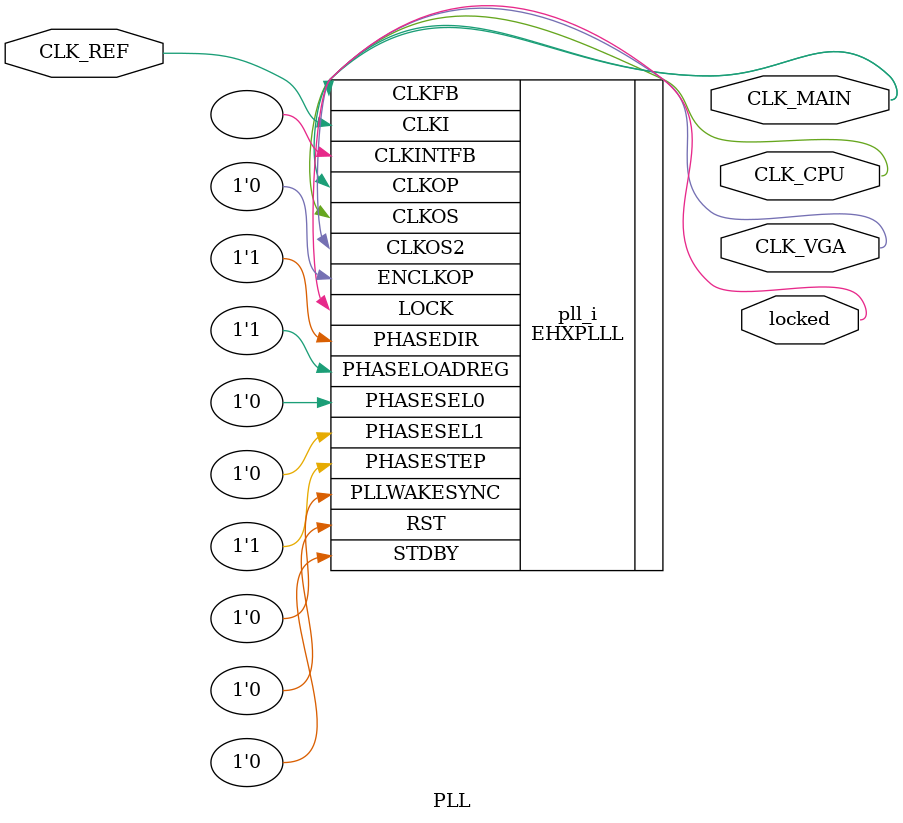
<source format=v>
module PLL
(
    input CLK_REF, // 25 MHz, 0 deg
    output CLK_MAIN, // 100 MHz, 0 deg
    output CLK_CPU, // 10 MHz, 0 deg
    output CLK_VGA, // 25 MHz, 0 deg
    output locked
);
(* FREQUENCY_PIN_CLKI="25" *)
(* FREQUENCY_PIN_CLKOP="100" *)
(* FREQUENCY_PIN_CLKOS="10" *)
(* FREQUENCY_PIN_CLKOS2="25" *)
(* ICP_CURRENT="12" *) (* LPF_RESISTOR="8" *) (* MFG_ENABLE_FILTEROPAMP="1" *) (* MFG_GMCREF_SEL="2" *)
EHXPLLL #(
        .PLLRST_ENA("DISABLED"),
        .INTFB_WAKE("DISABLED"),
        .STDBY_ENABLE("DISABLED"),
        .DPHASE_SOURCE("DISABLED"),
        .OUTDIVIDER_MUXA("DIVA"),
        .OUTDIVIDER_MUXB("DIVB"),
        .OUTDIVIDER_MUXC("DIVC"),
        .OUTDIVIDER_MUXD("DIVD"),
        .CLKI_DIV(1),
        .CLKOP_ENABLE("ENABLED"),
        .CLKOP_DIV(6),
        .CLKOP_CPHASE(2),
        .CLKOP_FPHASE(0),
        .CLKOS_ENABLE("ENABLED"),
        .CLKOS_DIV(60),
        .CLKOS_CPHASE(2),
        .CLKOS_FPHASE(0),
        .CLKOS2_ENABLE("ENABLED"),
        .CLKOS2_DIV(24),
        .CLKOS2_CPHASE(2),
        .CLKOS2_FPHASE(0),
        .FEEDBK_PATH("CLKOP"),
        .CLKFB_DIV(4)
    ) pll_i (
        .RST(1'b0),
        .STDBY(1'b0),
        .CLKI(CLK_REF),
        .CLKOP(CLK_MAIN),
        .CLKOS(CLK_CPU),
        .CLKOS2(CLK_VGA),
        .CLKFB(CLK_MAIN),
        .CLKINTFB(),
        .PHASESEL0(1'b0),
        .PHASESEL1(1'b0),
        .PHASEDIR(1'b1),
        .PHASESTEP(1'b1),
        .PHASELOADREG(1'b1),
        .PLLWAKESYNC(1'b0),
        .ENCLKOP(1'b0),
        .LOCK(locked)
	);
endmodule

</source>
